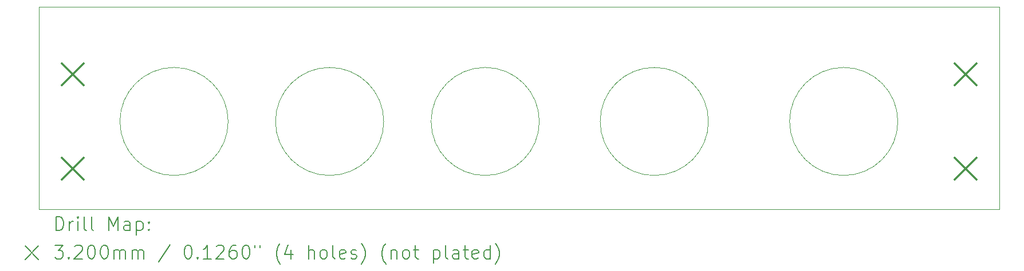
<source format=gbr>
%FSLAX45Y45*%
G04 Gerber Fmt 4.5, Leading zero omitted, Abs format (unit mm)*
G04 Created by KiCad (PCBNEW (6.0.0)) date 2022-06-26 22:50:55*
%MOMM*%
%LPD*%
G01*
G04 APERTURE LIST*
%TA.AperFunction,Profile*%
%ADD10C,0.050000*%
%TD*%
%ADD11C,0.200000*%
%ADD12C,0.320000*%
G04 APERTURE END LIST*
D10*
X3400000Y-6000000D02*
X17600000Y-6000000D01*
X17600000Y-3000000D02*
X3400000Y-3000000D01*
X10800000Y-4700000D02*
G75*
G03*
X10800000Y-4700000I-800000J0D01*
G01*
X16100000Y-4700000D02*
G75*
G03*
X16100000Y-4700000I-800000J0D01*
G01*
X6200000Y-4700000D02*
G75*
G03*
X6200000Y-4700000I-800000J0D01*
G01*
X13300000Y-4700000D02*
G75*
G03*
X13300000Y-4700000I-800000J0D01*
G01*
X17600000Y-3000000D02*
X17600000Y-6000000D01*
X8500000Y-4700000D02*
G75*
G03*
X8500000Y-4700000I-800000J0D01*
G01*
X3400000Y-6000000D02*
X3400000Y-3000000D01*
D11*
D12*
X3740000Y-3840000D02*
X4060000Y-4160000D01*
X4060000Y-3840000D02*
X3740000Y-4160000D01*
X3740000Y-5240000D02*
X4060000Y-5560000D01*
X4060000Y-5240000D02*
X3740000Y-5560000D01*
X16940000Y-3840000D02*
X17260000Y-4160000D01*
X17260000Y-3840000D02*
X16940000Y-4160000D01*
X16940000Y-5240000D02*
X17260000Y-5560000D01*
X17260000Y-5240000D02*
X16940000Y-5560000D01*
D11*
X3655119Y-6312976D02*
X3655119Y-6112976D01*
X3702738Y-6112976D01*
X3731309Y-6122500D01*
X3750357Y-6141548D01*
X3759881Y-6160595D01*
X3769405Y-6198690D01*
X3769405Y-6227262D01*
X3759881Y-6265357D01*
X3750357Y-6284405D01*
X3731309Y-6303452D01*
X3702738Y-6312976D01*
X3655119Y-6312976D01*
X3855119Y-6312976D02*
X3855119Y-6179643D01*
X3855119Y-6217738D02*
X3864643Y-6198690D01*
X3874167Y-6189167D01*
X3893214Y-6179643D01*
X3912262Y-6179643D01*
X3978928Y-6312976D02*
X3978928Y-6179643D01*
X3978928Y-6112976D02*
X3969405Y-6122500D01*
X3978928Y-6132024D01*
X3988452Y-6122500D01*
X3978928Y-6112976D01*
X3978928Y-6132024D01*
X4102738Y-6312976D02*
X4083690Y-6303452D01*
X4074167Y-6284405D01*
X4074167Y-6112976D01*
X4207500Y-6312976D02*
X4188452Y-6303452D01*
X4178928Y-6284405D01*
X4178928Y-6112976D01*
X4436071Y-6312976D02*
X4436071Y-6112976D01*
X4502738Y-6255833D01*
X4569405Y-6112976D01*
X4569405Y-6312976D01*
X4750357Y-6312976D02*
X4750357Y-6208214D01*
X4740833Y-6189167D01*
X4721786Y-6179643D01*
X4683690Y-6179643D01*
X4664643Y-6189167D01*
X4750357Y-6303452D02*
X4731310Y-6312976D01*
X4683690Y-6312976D01*
X4664643Y-6303452D01*
X4655119Y-6284405D01*
X4655119Y-6265357D01*
X4664643Y-6246309D01*
X4683690Y-6236786D01*
X4731310Y-6236786D01*
X4750357Y-6227262D01*
X4845595Y-6179643D02*
X4845595Y-6379643D01*
X4845595Y-6189167D02*
X4864643Y-6179643D01*
X4902738Y-6179643D01*
X4921786Y-6189167D01*
X4931310Y-6198690D01*
X4940833Y-6217738D01*
X4940833Y-6274881D01*
X4931310Y-6293928D01*
X4921786Y-6303452D01*
X4902738Y-6312976D01*
X4864643Y-6312976D01*
X4845595Y-6303452D01*
X5026548Y-6293928D02*
X5036071Y-6303452D01*
X5026548Y-6312976D01*
X5017024Y-6303452D01*
X5026548Y-6293928D01*
X5026548Y-6312976D01*
X5026548Y-6189167D02*
X5036071Y-6198690D01*
X5026548Y-6208214D01*
X5017024Y-6198690D01*
X5026548Y-6189167D01*
X5026548Y-6208214D01*
X3197500Y-6542500D02*
X3397500Y-6742500D01*
X3397500Y-6542500D02*
X3197500Y-6742500D01*
X3636071Y-6532976D02*
X3759881Y-6532976D01*
X3693214Y-6609167D01*
X3721786Y-6609167D01*
X3740833Y-6618690D01*
X3750357Y-6628214D01*
X3759881Y-6647262D01*
X3759881Y-6694881D01*
X3750357Y-6713928D01*
X3740833Y-6723452D01*
X3721786Y-6732976D01*
X3664643Y-6732976D01*
X3645595Y-6723452D01*
X3636071Y-6713928D01*
X3845595Y-6713928D02*
X3855119Y-6723452D01*
X3845595Y-6732976D01*
X3836071Y-6723452D01*
X3845595Y-6713928D01*
X3845595Y-6732976D01*
X3931309Y-6552024D02*
X3940833Y-6542500D01*
X3959881Y-6532976D01*
X4007500Y-6532976D01*
X4026548Y-6542500D01*
X4036071Y-6552024D01*
X4045595Y-6571071D01*
X4045595Y-6590119D01*
X4036071Y-6618690D01*
X3921786Y-6732976D01*
X4045595Y-6732976D01*
X4169405Y-6532976D02*
X4188452Y-6532976D01*
X4207500Y-6542500D01*
X4217024Y-6552024D01*
X4226548Y-6571071D01*
X4236071Y-6609167D01*
X4236071Y-6656786D01*
X4226548Y-6694881D01*
X4217024Y-6713928D01*
X4207500Y-6723452D01*
X4188452Y-6732976D01*
X4169405Y-6732976D01*
X4150357Y-6723452D01*
X4140833Y-6713928D01*
X4131309Y-6694881D01*
X4121786Y-6656786D01*
X4121786Y-6609167D01*
X4131309Y-6571071D01*
X4140833Y-6552024D01*
X4150357Y-6542500D01*
X4169405Y-6532976D01*
X4359881Y-6532976D02*
X4378929Y-6532976D01*
X4397976Y-6542500D01*
X4407500Y-6552024D01*
X4417024Y-6571071D01*
X4426548Y-6609167D01*
X4426548Y-6656786D01*
X4417024Y-6694881D01*
X4407500Y-6713928D01*
X4397976Y-6723452D01*
X4378929Y-6732976D01*
X4359881Y-6732976D01*
X4340833Y-6723452D01*
X4331310Y-6713928D01*
X4321786Y-6694881D01*
X4312262Y-6656786D01*
X4312262Y-6609167D01*
X4321786Y-6571071D01*
X4331310Y-6552024D01*
X4340833Y-6542500D01*
X4359881Y-6532976D01*
X4512262Y-6732976D02*
X4512262Y-6599643D01*
X4512262Y-6618690D02*
X4521786Y-6609167D01*
X4540833Y-6599643D01*
X4569405Y-6599643D01*
X4588452Y-6609167D01*
X4597976Y-6628214D01*
X4597976Y-6732976D01*
X4597976Y-6628214D02*
X4607500Y-6609167D01*
X4626548Y-6599643D01*
X4655119Y-6599643D01*
X4674167Y-6609167D01*
X4683690Y-6628214D01*
X4683690Y-6732976D01*
X4778929Y-6732976D02*
X4778929Y-6599643D01*
X4778929Y-6618690D02*
X4788452Y-6609167D01*
X4807500Y-6599643D01*
X4836071Y-6599643D01*
X4855119Y-6609167D01*
X4864643Y-6628214D01*
X4864643Y-6732976D01*
X4864643Y-6628214D02*
X4874167Y-6609167D01*
X4893214Y-6599643D01*
X4921786Y-6599643D01*
X4940833Y-6609167D01*
X4950357Y-6628214D01*
X4950357Y-6732976D01*
X5340833Y-6523452D02*
X5169405Y-6780595D01*
X5597976Y-6532976D02*
X5617024Y-6532976D01*
X5636071Y-6542500D01*
X5645595Y-6552024D01*
X5655119Y-6571071D01*
X5664643Y-6609167D01*
X5664643Y-6656786D01*
X5655119Y-6694881D01*
X5645595Y-6713928D01*
X5636071Y-6723452D01*
X5617024Y-6732976D01*
X5597976Y-6732976D01*
X5578929Y-6723452D01*
X5569405Y-6713928D01*
X5559881Y-6694881D01*
X5550357Y-6656786D01*
X5550357Y-6609167D01*
X5559881Y-6571071D01*
X5569405Y-6552024D01*
X5578929Y-6542500D01*
X5597976Y-6532976D01*
X5750357Y-6713928D02*
X5759881Y-6723452D01*
X5750357Y-6732976D01*
X5740833Y-6723452D01*
X5750357Y-6713928D01*
X5750357Y-6732976D01*
X5950357Y-6732976D02*
X5836071Y-6732976D01*
X5893214Y-6732976D02*
X5893214Y-6532976D01*
X5874167Y-6561548D01*
X5855119Y-6580595D01*
X5836071Y-6590119D01*
X6026548Y-6552024D02*
X6036071Y-6542500D01*
X6055119Y-6532976D01*
X6102738Y-6532976D01*
X6121786Y-6542500D01*
X6131309Y-6552024D01*
X6140833Y-6571071D01*
X6140833Y-6590119D01*
X6131309Y-6618690D01*
X6017024Y-6732976D01*
X6140833Y-6732976D01*
X6312262Y-6532976D02*
X6274167Y-6532976D01*
X6255119Y-6542500D01*
X6245595Y-6552024D01*
X6226548Y-6580595D01*
X6217024Y-6618690D01*
X6217024Y-6694881D01*
X6226548Y-6713928D01*
X6236071Y-6723452D01*
X6255119Y-6732976D01*
X6293214Y-6732976D01*
X6312262Y-6723452D01*
X6321786Y-6713928D01*
X6331309Y-6694881D01*
X6331309Y-6647262D01*
X6321786Y-6628214D01*
X6312262Y-6618690D01*
X6293214Y-6609167D01*
X6255119Y-6609167D01*
X6236071Y-6618690D01*
X6226548Y-6628214D01*
X6217024Y-6647262D01*
X6455119Y-6532976D02*
X6474167Y-6532976D01*
X6493214Y-6542500D01*
X6502738Y-6552024D01*
X6512262Y-6571071D01*
X6521786Y-6609167D01*
X6521786Y-6656786D01*
X6512262Y-6694881D01*
X6502738Y-6713928D01*
X6493214Y-6723452D01*
X6474167Y-6732976D01*
X6455119Y-6732976D01*
X6436071Y-6723452D01*
X6426548Y-6713928D01*
X6417024Y-6694881D01*
X6407500Y-6656786D01*
X6407500Y-6609167D01*
X6417024Y-6571071D01*
X6426548Y-6552024D01*
X6436071Y-6542500D01*
X6455119Y-6532976D01*
X6597976Y-6532976D02*
X6597976Y-6571071D01*
X6674167Y-6532976D02*
X6674167Y-6571071D01*
X6969405Y-6809167D02*
X6959881Y-6799643D01*
X6940833Y-6771071D01*
X6931309Y-6752024D01*
X6921786Y-6723452D01*
X6912262Y-6675833D01*
X6912262Y-6637738D01*
X6921786Y-6590119D01*
X6931309Y-6561548D01*
X6940833Y-6542500D01*
X6959881Y-6513928D01*
X6969405Y-6504405D01*
X7131309Y-6599643D02*
X7131309Y-6732976D01*
X7083690Y-6523452D02*
X7036071Y-6666309D01*
X7159881Y-6666309D01*
X7388452Y-6732976D02*
X7388452Y-6532976D01*
X7474167Y-6732976D02*
X7474167Y-6628214D01*
X7464643Y-6609167D01*
X7445595Y-6599643D01*
X7417024Y-6599643D01*
X7397976Y-6609167D01*
X7388452Y-6618690D01*
X7597976Y-6732976D02*
X7578928Y-6723452D01*
X7569405Y-6713928D01*
X7559881Y-6694881D01*
X7559881Y-6637738D01*
X7569405Y-6618690D01*
X7578928Y-6609167D01*
X7597976Y-6599643D01*
X7626548Y-6599643D01*
X7645595Y-6609167D01*
X7655119Y-6618690D01*
X7664643Y-6637738D01*
X7664643Y-6694881D01*
X7655119Y-6713928D01*
X7645595Y-6723452D01*
X7626548Y-6732976D01*
X7597976Y-6732976D01*
X7778928Y-6732976D02*
X7759881Y-6723452D01*
X7750357Y-6704405D01*
X7750357Y-6532976D01*
X7931309Y-6723452D02*
X7912262Y-6732976D01*
X7874167Y-6732976D01*
X7855119Y-6723452D01*
X7845595Y-6704405D01*
X7845595Y-6628214D01*
X7855119Y-6609167D01*
X7874167Y-6599643D01*
X7912262Y-6599643D01*
X7931309Y-6609167D01*
X7940833Y-6628214D01*
X7940833Y-6647262D01*
X7845595Y-6666309D01*
X8017024Y-6723452D02*
X8036071Y-6732976D01*
X8074167Y-6732976D01*
X8093214Y-6723452D01*
X8102738Y-6704405D01*
X8102738Y-6694881D01*
X8093214Y-6675833D01*
X8074167Y-6666309D01*
X8045595Y-6666309D01*
X8026548Y-6656786D01*
X8017024Y-6637738D01*
X8017024Y-6628214D01*
X8026548Y-6609167D01*
X8045595Y-6599643D01*
X8074167Y-6599643D01*
X8093214Y-6609167D01*
X8169405Y-6809167D02*
X8178928Y-6799643D01*
X8197976Y-6771071D01*
X8207500Y-6752024D01*
X8217024Y-6723452D01*
X8226548Y-6675833D01*
X8226548Y-6637738D01*
X8217024Y-6590119D01*
X8207500Y-6561548D01*
X8197976Y-6542500D01*
X8178928Y-6513928D01*
X8169405Y-6504405D01*
X8531310Y-6809167D02*
X8521786Y-6799643D01*
X8502738Y-6771071D01*
X8493214Y-6752024D01*
X8483690Y-6723452D01*
X8474167Y-6675833D01*
X8474167Y-6637738D01*
X8483690Y-6590119D01*
X8493214Y-6561548D01*
X8502738Y-6542500D01*
X8521786Y-6513928D01*
X8531310Y-6504405D01*
X8607500Y-6599643D02*
X8607500Y-6732976D01*
X8607500Y-6618690D02*
X8617024Y-6609167D01*
X8636071Y-6599643D01*
X8664643Y-6599643D01*
X8683690Y-6609167D01*
X8693214Y-6628214D01*
X8693214Y-6732976D01*
X8817024Y-6732976D02*
X8797976Y-6723452D01*
X8788452Y-6713928D01*
X8778929Y-6694881D01*
X8778929Y-6637738D01*
X8788452Y-6618690D01*
X8797976Y-6609167D01*
X8817024Y-6599643D01*
X8845595Y-6599643D01*
X8864643Y-6609167D01*
X8874167Y-6618690D01*
X8883690Y-6637738D01*
X8883690Y-6694881D01*
X8874167Y-6713928D01*
X8864643Y-6723452D01*
X8845595Y-6732976D01*
X8817024Y-6732976D01*
X8940833Y-6599643D02*
X9017024Y-6599643D01*
X8969405Y-6532976D02*
X8969405Y-6704405D01*
X8978929Y-6723452D01*
X8997976Y-6732976D01*
X9017024Y-6732976D01*
X9236071Y-6599643D02*
X9236071Y-6799643D01*
X9236071Y-6609167D02*
X9255119Y-6599643D01*
X9293214Y-6599643D01*
X9312262Y-6609167D01*
X9321786Y-6618690D01*
X9331310Y-6637738D01*
X9331310Y-6694881D01*
X9321786Y-6713928D01*
X9312262Y-6723452D01*
X9293214Y-6732976D01*
X9255119Y-6732976D01*
X9236071Y-6723452D01*
X9445595Y-6732976D02*
X9426548Y-6723452D01*
X9417024Y-6704405D01*
X9417024Y-6532976D01*
X9607500Y-6732976D02*
X9607500Y-6628214D01*
X9597976Y-6609167D01*
X9578929Y-6599643D01*
X9540833Y-6599643D01*
X9521786Y-6609167D01*
X9607500Y-6723452D02*
X9588452Y-6732976D01*
X9540833Y-6732976D01*
X9521786Y-6723452D01*
X9512262Y-6704405D01*
X9512262Y-6685357D01*
X9521786Y-6666309D01*
X9540833Y-6656786D01*
X9588452Y-6656786D01*
X9607500Y-6647262D01*
X9674167Y-6599643D02*
X9750357Y-6599643D01*
X9702738Y-6532976D02*
X9702738Y-6704405D01*
X9712262Y-6723452D01*
X9731310Y-6732976D01*
X9750357Y-6732976D01*
X9893214Y-6723452D02*
X9874167Y-6732976D01*
X9836071Y-6732976D01*
X9817024Y-6723452D01*
X9807500Y-6704405D01*
X9807500Y-6628214D01*
X9817024Y-6609167D01*
X9836071Y-6599643D01*
X9874167Y-6599643D01*
X9893214Y-6609167D01*
X9902738Y-6628214D01*
X9902738Y-6647262D01*
X9807500Y-6666309D01*
X10074167Y-6732976D02*
X10074167Y-6532976D01*
X10074167Y-6723452D02*
X10055119Y-6732976D01*
X10017024Y-6732976D01*
X9997976Y-6723452D01*
X9988452Y-6713928D01*
X9978929Y-6694881D01*
X9978929Y-6637738D01*
X9988452Y-6618690D01*
X9997976Y-6609167D01*
X10017024Y-6599643D01*
X10055119Y-6599643D01*
X10074167Y-6609167D01*
X10150357Y-6809167D02*
X10159881Y-6799643D01*
X10178929Y-6771071D01*
X10188452Y-6752024D01*
X10197976Y-6723452D01*
X10207500Y-6675833D01*
X10207500Y-6637738D01*
X10197976Y-6590119D01*
X10188452Y-6561548D01*
X10178929Y-6542500D01*
X10159881Y-6513928D01*
X10150357Y-6504405D01*
M02*

</source>
